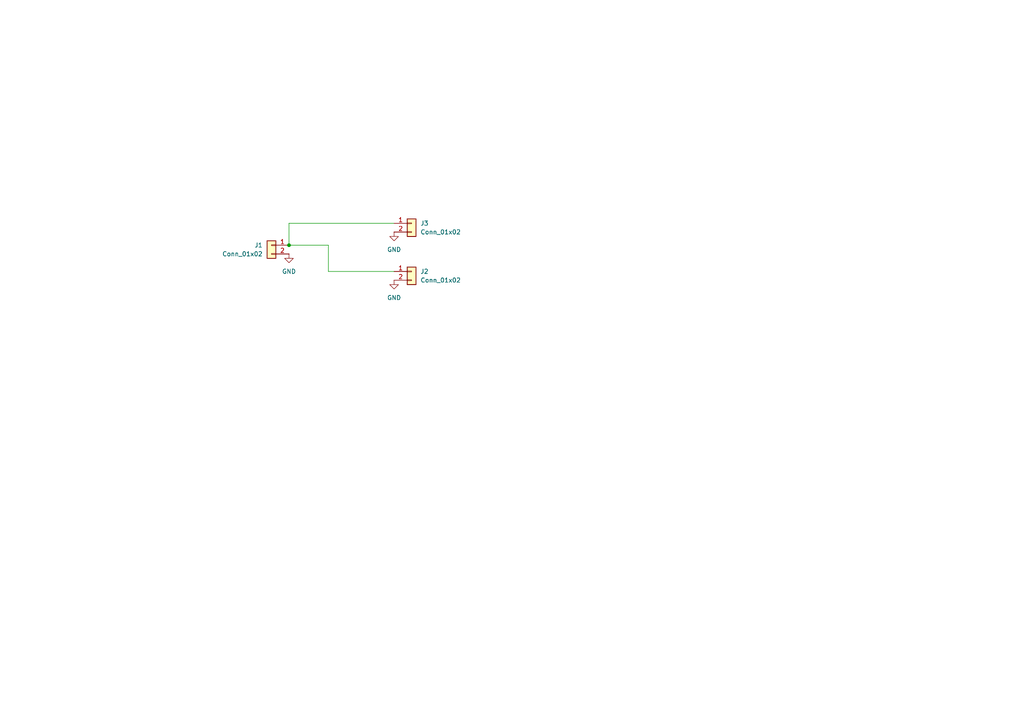
<source format=kicad_sch>
(kicad_sch (version 20231120) (generator "eeschema") (generator_version "8.0")
  (paper "A4")
  (lib_symbols
    (symbol "Connector_Generic:Conn_01x02" (pin_names (offset 1.016) hide)
      (property "Reference" "J" (at 0 2.54 0))
      (property "Value" "Conn_01x02" (at 0 -5.08 0))
      (symbol "Conn_01x02_1_1"
        (rectangle (start -1.27 -2.413) (end 0 -2.667) (stroke (width 0.1524)))
        (rectangle (start -1.27 0.127) (end 0 -0.127) (stroke (width 0.1524)))
        (rectangle (start -1.27 1.27) (end 1.27 -3.81) (stroke (width 0.254)) (fill (type background)))
        (pin passive line (at -5.08 0 0) (length 3.81) (name "Pin_1") (number "1"))
        (pin passive line (at -5.08 -2.54 0) (length 3.81) (name "Pin_2") (number "2"))
      )
    )
    (symbol "power:GND" (power) (pin_numbers hide) (pin_names (offset 0) hide)
      (property "Value" "GND" (at 0 -3.81 0))
      (symbol "GND_0_1"
        (polyline (pts (xy 0 0) (xy 0 -1.27) (xy 1.27 -1.27) (xy 0 -2.54) (xy -1.27 -1.27) (xy 0 -1.27)))
      )
      (symbol "GND_1_1"
        (pin power_in line (at 0 0 270) (length 0) (name "~") (number "1"))
      )
    )
  )
  (junction (at 83.82 71.12))
  (wire (pts (xy 83.82 64.77) (xy 114.3 64.77)))
  (wire (pts (xy 95.25 71.12) (xy 95.25 78.74)))
  (wire (pts (xy 83.82 71.12) (xy 83.82 64.77)))
  (wire (pts (xy 83.82 71.12) (xy 95.25 71.12)))
  (wire (pts (xy 95.25 78.74) (xy 114.3 78.74)))
  (symbol (lib_id "power:GND") (at 83.82 73.66 0) (mirror y) (unit 1)
    (property "Reference" "#PWR01" (effects (hide yes)))
    (property "Value" "GND" (at 83.82 78.74 0))
    (property "Description" "Power symbol creates a global label with name \"GND\" , ground" (effects (hide yes)))
  )
  (symbol (lib_id "Connector_Generic:Conn_01x02") (at 78.74 71.12 0) (mirror y) (unit 1)
    (property "Reference" "J1" (at 76.2 71.1199 0) (effects (justify left)))
    (property "Value" "Conn_01x02" (at 76.2 73.6599 0) (effects (justify left)))
    (property "Footprint" "deans_fp:Deans Connector Male" (effects (hide yes)))
    (property "Description" "Generic connector, single row, 01x02, script generated (kicad-library-utils/schlib/autogen/connector/)" (effects (hide yes)))
  )
  (symbol (lib_id "power:GND") (at 114.3 81.28 0) (unit 1)
    (property "Reference" "#PWR02" (effects (hide yes)))
    (property "Value" "GND" (at 114.3 86.36 0))
    (property "Description" "Power symbol creates a global label with name \"GND\" , ground" (effects (hide yes)))
  )
  (symbol (lib_id "Connector_Generic:Conn_01x02") (at 119.38 78.74 0) (unit 1)
    (property "Reference" "J2" (at 121.92 78.7399 0) (effects (justify left)))
    (property "Value" "Conn_01x02" (at 121.92 81.2799 0) (effects (justify left)))
    (property "Footprint" "deans_fp:Deans Connector Female" (effects (hide yes)))
    (property "Description" "Generic connector, single row, 01x02, script generated (kicad-library-utils/schlib/autogen/connector/)" (effects (hide yes)))
  )
  (symbol (lib_id "Connector_Generic:Conn_01x02") (at 119.38 64.77 0) (unit 1)
    (property "Reference" "J3" (at 121.92 64.7699 0) (effects (justify left)))
    (property "Value" "Conn_01x02" (at 121.92 67.3099 0) (effects (justify left)))
    (property "Footprint" "deans_fp:Deans Connector Female" (effects (hide yes)))
    (property "Description" "Generic connector, single row, 01x02, script generated (kicad-library-utils/schlib/autogen/connector/)" (effects (hide yes)))
  )
  (symbol (lib_id "power:GND") (at 114.3 67.31 0) (unit 1)
    (property "Reference" "#PWR03" (effects (hide yes)))
    (property "Value" "GND" (at 114.3 72.39 0))
    (property "Description" "Power symbol creates a global label with name \"GND\" , ground" (effects (hide yes)))
  )
)
</source>
